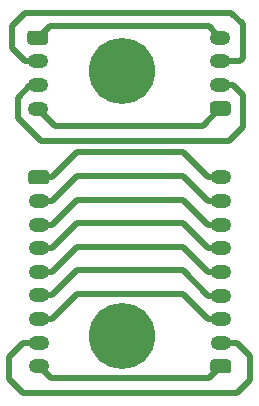
<source format=gbr>
%TF.GenerationSoftware,KiCad,Pcbnew,(5.1.9)-1*%
%TF.CreationDate,2021-03-05T23:35:53-06:00*%
%TF.ProjectId,OpeNITHM-Tower-Extenders__Left-Tower,4f70654e-4954-4484-9d2d-546f7765722d,rev?*%
%TF.SameCoordinates,Original*%
%TF.FileFunction,Copper,L1,Top*%
%TF.FilePolarity,Positive*%
%FSLAX46Y46*%
G04 Gerber Fmt 4.6, Leading zero omitted, Abs format (unit mm)*
G04 Created by KiCad (PCBNEW (5.1.9)-1) date 2021-03-05 23:35:53*
%MOMM*%
%LPD*%
G01*
G04 APERTURE LIST*
%TA.AperFunction,ComponentPad*%
%ADD10O,1.750000X1.200000*%
%TD*%
%TA.AperFunction,ComponentPad*%
%ADD11C,5.600000*%
%TD*%
%TA.AperFunction,Conductor*%
%ADD12C,0.508000*%
%TD*%
G04 APERTURE END LIST*
D10*
%TO.P,J4,9*%
%TO.N,Net-(J3-Pad1)*%
X82200000Y-59120000D03*
%TO.P,J4,8*%
%TO.N,Net-(J3-Pad2)*%
X82200000Y-61120000D03*
%TO.P,J4,7*%
%TO.N,Net-(J3-Pad3)*%
X82200000Y-63120000D03*
%TO.P,J4,6*%
%TO.N,Net-(J3-Pad4)*%
X82200000Y-65120000D03*
%TO.P,J4,5*%
%TO.N,Net-(J3-Pad5)*%
X82200000Y-67120000D03*
%TO.P,J4,4*%
%TO.N,Net-(J3-Pad6)*%
X82200000Y-69120000D03*
%TO.P,J4,3*%
%TO.N,Net-(J3-Pad7)*%
X82200000Y-71120000D03*
%TO.P,J4,2*%
%TO.N,Net-(J3-Pad8)*%
X82200000Y-73120000D03*
%TO.P,J4,1*%
%TO.N,Net-(J3-Pad9)*%
%TA.AperFunction,ComponentPad*%
G36*
G01*
X82825001Y-75720000D02*
X81574999Y-75720000D01*
G75*
G02*
X81325000Y-75470001I0J249999D01*
G01*
X81325000Y-74769999D01*
G75*
G02*
X81574999Y-74520000I249999J0D01*
G01*
X82825001Y-74520000D01*
G75*
G02*
X83075000Y-74769999I0J-249999D01*
G01*
X83075000Y-75470001D01*
G75*
G02*
X82825001Y-75720000I-249999J0D01*
G01*
G37*
%TD.AperFunction*%
%TD*%
%TO.P,J2,4*%
%TO.N,Net-(J1-Pad1)*%
X82190000Y-47280000D03*
%TO.P,J2,3*%
%TO.N,Net-(J1-Pad2)*%
X82190000Y-49280000D03*
%TO.P,J2,2*%
%TO.N,Net-(J1-Pad3)*%
X82190000Y-51280000D03*
%TO.P,J2,1*%
%TO.N,Net-(J1-Pad4)*%
%TA.AperFunction,ComponentPad*%
G36*
G01*
X82815001Y-53880000D02*
X81564999Y-53880000D01*
G75*
G02*
X81315000Y-53630001I0J249999D01*
G01*
X81315000Y-52929999D01*
G75*
G02*
X81564999Y-52680000I249999J0D01*
G01*
X82815001Y-52680000D01*
G75*
G02*
X83065000Y-52929999I0J-249999D01*
G01*
X83065000Y-53630001D01*
G75*
G02*
X82815001Y-53880000I-249999J0D01*
G01*
G37*
%TD.AperFunction*%
%TD*%
D11*
%TO.P,H2,1*%
%TO.N,N/C*%
X73820000Y-72560000D03*
%TD*%
%TO.P,H1,1*%
%TO.N,N/C*%
X73840000Y-50090000D03*
%TD*%
D10*
%TO.P,J3,9*%
%TO.N,Net-(J3-Pad9)*%
X66802000Y-75113000D03*
%TO.P,J3,8*%
%TO.N,Net-(J3-Pad8)*%
X66802000Y-73113000D03*
%TO.P,J3,7*%
%TO.N,Net-(J3-Pad7)*%
X66802000Y-71113000D03*
%TO.P,J3,6*%
%TO.N,Net-(J3-Pad6)*%
X66802000Y-69113000D03*
%TO.P,J3,5*%
%TO.N,Net-(J3-Pad5)*%
X66802000Y-67113000D03*
%TO.P,J3,4*%
%TO.N,Net-(J3-Pad4)*%
X66802000Y-65113000D03*
%TO.P,J3,3*%
%TO.N,Net-(J3-Pad3)*%
X66802000Y-63113000D03*
%TO.P,J3,2*%
%TO.N,Net-(J3-Pad2)*%
X66802000Y-61113000D03*
%TO.P,J3,1*%
%TO.N,Net-(J3-Pad1)*%
%TA.AperFunction,ComponentPad*%
G36*
G01*
X66176999Y-58513000D02*
X67427001Y-58513000D01*
G75*
G02*
X67677000Y-58762999I0J-249999D01*
G01*
X67677000Y-59463001D01*
G75*
G02*
X67427001Y-59713000I-249999J0D01*
G01*
X66176999Y-59713000D01*
G75*
G02*
X65927000Y-59463001I0J249999D01*
G01*
X65927000Y-58762999D01*
G75*
G02*
X66176999Y-58513000I249999J0D01*
G01*
G37*
%TD.AperFunction*%
%TD*%
%TO.P,J1,4*%
%TO.N,Net-(J1-Pad4)*%
X66722000Y-53286000D03*
%TO.P,J1,3*%
%TO.N,Net-(J1-Pad3)*%
X66722000Y-51286000D03*
%TO.P,J1,2*%
%TO.N,Net-(J1-Pad2)*%
X66722000Y-49286000D03*
%TO.P,J1,1*%
%TO.N,Net-(J1-Pad1)*%
%TA.AperFunction,ComponentPad*%
G36*
G01*
X66096999Y-46686000D02*
X67347001Y-46686000D01*
G75*
G02*
X67597000Y-46935999I0J-249999D01*
G01*
X67597000Y-47636001D01*
G75*
G02*
X67347001Y-47886000I-249999J0D01*
G01*
X66096999Y-47886000D01*
G75*
G02*
X65847000Y-47636001I0J249999D01*
G01*
X65847000Y-46935999D01*
G75*
G02*
X66096999Y-46686000I249999J0D01*
G01*
G37*
%TD.AperFunction*%
%TD*%
D12*
%TO.N,Net-(J1-Pad4)*%
X66722000Y-53286000D02*
X66736000Y-53286000D01*
X66736000Y-53286000D02*
X68220000Y-54770000D01*
X80700000Y-54770000D02*
X82190000Y-53280000D01*
X68220000Y-54770000D02*
X80700000Y-54770000D01*
%TO.N,Net-(J1-Pad3)*%
X83230000Y-51280000D02*
X82190000Y-51280000D01*
X84120000Y-52170000D02*
X83230000Y-51280000D01*
X82920000Y-56070000D02*
X84120000Y-54870000D01*
X67020000Y-56070000D02*
X82920000Y-56070000D01*
X65020000Y-54070000D02*
X67020000Y-56070000D01*
X65020000Y-52370000D02*
X65020000Y-54070000D01*
X66104000Y-51286000D02*
X65020000Y-52370000D01*
X84120000Y-54870000D02*
X84120000Y-52170000D01*
X66722000Y-51286000D02*
X66104000Y-51286000D01*
%TO.N,Net-(J1-Pad2)*%
X83810000Y-49280000D02*
X82190000Y-49280000D01*
X84120000Y-48970000D02*
X83810000Y-49280000D01*
X65620000Y-45170000D02*
X83120000Y-45170000D01*
X64520000Y-46270000D02*
X65620000Y-45170000D01*
X84120000Y-46170000D02*
X84120000Y-48970000D01*
X64520000Y-48170000D02*
X64520000Y-46270000D01*
X83120000Y-45170000D02*
X84120000Y-46170000D01*
X65636000Y-49286000D02*
X64520000Y-48170000D01*
X66722000Y-49286000D02*
X65636000Y-49286000D01*
%TO.N,Net-(J1-Pad1)*%
X66722000Y-47286000D02*
X67738000Y-46270000D01*
X81180000Y-46270000D02*
X82190000Y-47280000D01*
X67738000Y-46270000D02*
X81180000Y-46270000D01*
%TO.N,Net-(J3-Pad8)*%
X84700000Y-76300000D02*
X84700000Y-74200000D01*
X83600000Y-77400000D02*
X84700000Y-76300000D01*
X83620000Y-73120000D02*
X82200000Y-73120000D01*
X65500000Y-77400000D02*
X83600000Y-77400000D01*
X64300000Y-76200000D02*
X65500000Y-77400000D01*
X64300000Y-74300000D02*
X64300000Y-76200000D01*
X84700000Y-74200000D02*
X83620000Y-73120000D01*
X65487000Y-73113000D02*
X64300000Y-74300000D01*
X66802000Y-73113000D02*
X65487000Y-73113000D01*
%TO.N,Net-(J3-Pad7)*%
X66802000Y-71113000D02*
X67887000Y-71113000D01*
X67887000Y-71113000D02*
X70000000Y-69000000D01*
X70000000Y-69000000D02*
X79000000Y-69000000D01*
X81120000Y-71120000D02*
X82200000Y-71120000D01*
X79000000Y-69000000D02*
X81120000Y-71120000D01*
%TO.N,Net-(J3-Pad6)*%
X67887000Y-69113000D02*
X70000000Y-67000000D01*
X66802000Y-69113000D02*
X67887000Y-69113000D01*
X79000000Y-67000000D02*
X81120000Y-69120000D01*
X81120000Y-69120000D02*
X82200000Y-69120000D01*
X70000000Y-67000000D02*
X79000000Y-67000000D01*
%TO.N,Net-(J3-Pad5)*%
X67887000Y-67113000D02*
X70000000Y-65000000D01*
X66802000Y-67113000D02*
X67887000Y-67113000D01*
X79000000Y-65000000D02*
X81120000Y-67120000D01*
X81120000Y-67120000D02*
X82200000Y-67120000D01*
X70000000Y-65000000D02*
X79000000Y-65000000D01*
%TO.N,Net-(J3-Pad4)*%
X67887000Y-65113000D02*
X70000000Y-63000000D01*
X66802000Y-65113000D02*
X67887000Y-65113000D01*
X79000000Y-63000000D02*
X81120000Y-65120000D01*
X81120000Y-65120000D02*
X82200000Y-65120000D01*
X70000000Y-63000000D02*
X79000000Y-63000000D01*
%TO.N,Net-(J3-Pad3)*%
X67887000Y-63113000D02*
X70000000Y-61000000D01*
X66802000Y-63113000D02*
X67887000Y-63113000D01*
X79000000Y-61000000D02*
X81120000Y-63120000D01*
X81120000Y-63120000D02*
X82200000Y-63120000D01*
X70000000Y-61000000D02*
X79000000Y-61000000D01*
%TO.N,Net-(J3-Pad2)*%
X67887000Y-61113000D02*
X70000000Y-59000000D01*
X66802000Y-61113000D02*
X67887000Y-61113000D01*
X79000000Y-59000000D02*
X81120000Y-61120000D01*
X81120000Y-61120000D02*
X82200000Y-61120000D01*
X70000000Y-59000000D02*
X79000000Y-59000000D01*
%TO.N,Net-(J3-Pad1)*%
X67887000Y-59113000D02*
X70000000Y-57000000D01*
X66802000Y-59113000D02*
X67887000Y-59113000D01*
X79000000Y-57000000D02*
X81120000Y-59120000D01*
X81120000Y-59120000D02*
X82200000Y-59120000D01*
X70000000Y-57000000D02*
X79000000Y-57000000D01*
X82193000Y-59113000D02*
X82200000Y-59120000D01*
%TO.N,Net-(J3-Pad9)*%
X66802000Y-75113000D02*
X66813000Y-75113000D01*
X67800000Y-76100000D02*
X70100000Y-76100000D01*
X66813000Y-75113000D02*
X67800000Y-76100000D01*
X69500000Y-76100000D02*
X70100000Y-76100000D01*
X81220000Y-76100000D02*
X82200000Y-75120000D01*
X70100000Y-76100000D02*
X81220000Y-76100000D01*
%TD*%
M02*

</source>
